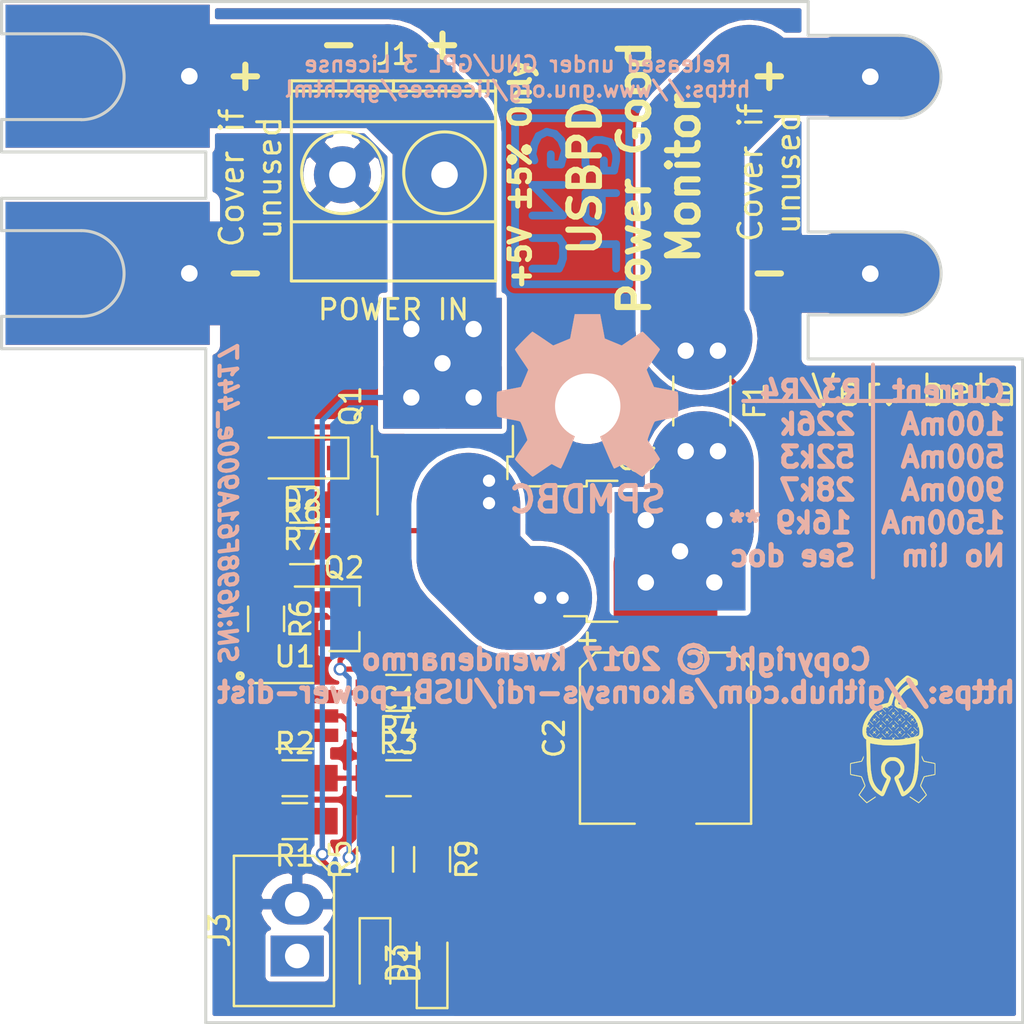
<source format=kicad_pcb>
(kicad_pcb (version 4) (host pcbnew 4.0.7-e2-6376~58~ubuntu16.04.1)
  (title_block (title "USB power dist:Power good monitor") (date 2017-11-04) (rev beta) (company Akornsys-rdi) (comment 1 https://github.com/akornsys-rdi/USB-power-dist) (comment 3 "Copyright © 201 kwendenarmo") (comment 4 "Released under GNU/GPL 3 License https://www.gnu.org/licenses/gpl.html"))
  (layers (0 F.Cu signal) (31 B.Cu signal) (34 B.Paste user) (35 F.Paste user) (36 B.SilkS user) (37 F.SilkS user) (38 B.Mask user) (39 F.Mask user) (44 Edge.Cuts user))
  (net 0 "")
  (net 1 +5V)
  (net 2 GND)
  (net 3 VCC)
  (net 4 "Net-(C2-Pad1)")
  (net 5 "Net-(D1-Pad1)")
  (net 6 "Net-(D2-Pad1)")
  (net 7 "Net-(D2-Pad2)")
  (net 8 "Net-(D3-Pad2)")
  (net 9 "Net-(J3-Pad1)")
  (net 10 "Net-(Q2-Pad3)")
  (net 11 "Net-(R1-Pad2)")
  (net 12 "Net-(R2-Pad2)")
  (module Fuse_Holders_and_Fuses:Fuse_0679H (layer F.Cu) (at 157.226 100.584 270)
    (fp_text reference F1 (at 0 -2.6 270) (layer F.SilkS))
    (fp_text value Fuse)
    (pad 1 thru_hole rect (at -2.46 -0.785 270) (size 1.96 1.575) (drill 0.8) (layers *.Cu F.Paste F.Mask) (net 1 +5V))
    (pad 1 thru_hole rect (at -2.46 0.7875 270) (size 1.96 1.575) (drill 0.8) (layers *.Cu F.Paste F.Mask) (net 1 +5V))
    (pad 2 thru_hole rect (at 2.46 -0.7875 270) (size 1.96 1.575) (drill 0.8) (layers *.Cu F.Paste F.Mask) (net 4 "Net-(C2-Pad1)"))
    (pad 2 thru_hole rect (at 2.46 0.7875 270) (size 1.96 1.575) (drill 0.8) (layers *.Cu F.Paste F.Mask) (net 4 "Net-(C2-Pad1)"))
    (pad 1 smd rect (at -2.46 0 270) (size 1.96 3.15) (layers F.Cu F.Mask) (net 1 +5V))
    (pad 2 smd rect (at 2.46 0 270) (size 1.96 3.15) (layers F.Cu F.Mask) (net 4 "Net-(C2-Pad1)"))
  )
  (module TO_SOT_Packages_SMD:TO-252-2 (layer F.Cu) (at 154.06 107.944)
    (fp_text reference Q3 (at 0 -4.5) (layer F.SilkS))
    (fp_text value DMP3028LK3-13)
    (pad 1 smd rect (at -4.2 -2.28) (size 2.2 1.2) (layers F.Cu F.Paste F.Mask) (net 7 "Net-(D2-Pad2)"))
    (pad 2 thru_hole rect (at 2.1 0) (size 6.4 5.8) (drill 0.8) (layers *.Cu F.Paste F.Mask) (net 4 "Net-(C2-Pad1)"))
    (pad 2 thru_hole rect (at 3.775 1.525) (size 3.05 2.75) (drill 0.8) (layers *.Cu F.Mask) (net 4 "Net-(C2-Pad1)"))
    (pad 2 thru_hole rect (at 0.425 -1.525) (size 3.05 2.75) (drill 0.8) (layers *.Cu F.Mask) (net 4 "Net-(C2-Pad1)"))
    (pad 2 thru_hole rect (at 3.775 -1.525) (size 3.05 2.75) (drill 0.8) (layers *.Cu F.Mask) (net 4 "Net-(C2-Pad1)"))
    (pad 2 thru_hole rect (at 0.425 1.525) (size 3.05 2.75) (drill 0.8) (layers *.Cu F.Mask) (net 4 "Net-(C2-Pad1)"))
    (pad 3 thru_hole rect (at -4.75 2.28) (size 1.1 1.2) (drill 0.6) (layers *.Cu F.Paste F.Mask) (net 6 "Net-(D2-Pad1)"))
    (pad 3 thru_hole rect (at -3.65 2.28) (size 1.1 1.2) (drill 0.6) (layers *.Cu F.Paste F.Mask) (net 6 "Net-(D2-Pad1)"))
  )
  (module TO_SOT_Packages_SMD:TO-252-2 (layer F.Cu) (at 144.526 100.838 90)
    (fp_text reference Q1 (at 0 -4.5 90) (layer F.SilkS))
    (fp_text value DMP3028LK3-13)
    (pad 1 smd rect (at -4.2 -2.28 90) (size 2.2 1.2) (layers F.Cu F.Paste F.Mask) (net 7 "Net-(D2-Pad2)"))
    (pad 2 thru_hole rect (at 2.1 0 90) (size 6.4 5.8) (drill 0.8) (layers *.Cu F.Paste F.Mask) (net 3 VCC))
    (pad 2 thru_hole rect (at 3.775 1.525 90) (size 3.05 2.75) (drill 0.8) (layers *.Cu F.Mask) (net 3 VCC))
    (pad 2 thru_hole rect (at 0.425 -1.525 90) (size 3.05 2.75) (drill 0.8) (layers *.Cu F.Mask) (net 3 VCC))
    (pad 2 thru_hole rect (at 3.775 -1.525 90) (size 3.05 2.75) (drill 0.8) (layers *.Cu F.Mask) (net 3 VCC))
    (pad 2 thru_hole rect (at 0.425 1.525 90) (size 3.05 2.75) (drill 0.8) (layers *.Cu F.Mask) (net 3 VCC))
    (pad 3 thru_hole rect (at -3.65 2.28 90) (size 1.1 1.2) (drill 0.6) (layers *.Cu F.Paste F.Mask) (net 6 "Net-(D2-Pad1)"))
    (pad 3 thru_hole rect (at -4.75 2.28 90) (size 1.1 1.2) (drill 0.6) (layers *.Cu F.Paste F.Mask) (net 6 "Net-(D2-Pad1)"))
  )
  (module Wire_Connections_Bridges:WireConnection_2.50mmDrill_LargePad (layer F.Cu) (at 132.2578 84.1756 270)
    (fp_text reference J2 hide)
    (fp_text value "CASC IN" hide)
    (pad 1 thru_hole rect (at 0.508 0.127 270) (size 7 10) (drill 0.8128 (offset 0 4)) (layers *.Cu *.Mask) (net 3 VCC))
    (pad 2 thru_hole rect (at 10.16 0.127 270) (size 7 10) (drill 0.8128 (offset 0 4)) (layers *.Cu *.Mask) (net 2 GND))
  )
  (module Wire_Connections_Bridges:WireConnection_2.50mmDrill_LargePad (layer F.Cu) (at 167.005 84.709 270)
    (fp_text reference J4 hide)
    (fp_text value "CASC OUT" hide)
    (pad 1 thru_hole oval (at 0 1.532 270) (size 4.05 6.85) (drill 0.8128) (layers *.Cu *.Mask) (net 1 +5V))
    (pad 2 thru_hole oval (at 9.643 1.532 270) (size 4.05 6.85) (drill 0.8128) (layers *.Cu *.Mask) (net 2 GND))
  )
  (module Mounting_Holes:MountingHole_3.2mm_M3_DIN965 (layer F.Cu) (at 151.638 100.838)
    (fp_text reference REF** hide)
    (fp_text value MountingHole_3.2mm_M3_DIN965 hide)
    (pad 1 np_thru_hole circle (at 0 0) (size 3.2 3.2) (drill 3.2) (layers *.Cu *.Mask))
  )
  (module Symbols:Symbol_GNU-GPL_CopperTop_Small (layer B.Cu) (at 151.13 90.805 270)
    (fp_text reference REF** hide)
    (fp_text value Symbol_GNU-GPL_CopperTop_Small hide)
    (fp_line (start 2.10058 -0.29972) (end 2.10058 -1.89992) (layer B.Cu) (width 0.381))
    (fp_line (start 2.10058 -1.89992) (end 3.29946 -1.89992) (layer B.Cu) (width 0.381))
    (fp_line (start -0.39878 -1.89992) (end -0.39878 -0.39878) (layer B.Cu) (width 0.381))
    (fp_line (start -0.39878 -0.39878) (end 0.50038 -0.39878) (layer B.Cu) (width 0.381))
    (fp_line (start 0.50038 -0.39878) (end 0.70104 -0.39878) (layer B.Cu) (width 0.381))
    (fp_line (start 0.70104 -0.39878) (end 0.89916 -0.50038) (layer B.Cu) (width 0.381))
    (fp_line (start 0.89916 -0.50038) (end 1.00076 -0.70104) (layer B.Cu) (width 0.381))
    (fp_line (start 1.00076 -0.70104) (end 1.00076 -0.89916) (layer B.Cu) (width 0.381))
    (fp_line (start 1.00076 -0.89916) (end 0.8001 -1.09982) (layer B.Cu) (width 0.381))
    (fp_line (start 0.8001 -1.09982) (end 0.50038 -1.19888) (layer B.Cu) (width 0.381))
    (fp_line (start 0.50038 -1.19888) (end -0.39878 -1.19888) (layer B.Cu) (width 0.381))
    (fp_line (start -1.6002 -0.50038) (end -1.80086 -0.39878) (layer B.Cu) (width 0.381))
    (fp_line (start -1.80086 -0.39878) (end -2.30124 -0.39878) (layer B.Cu) (width 0.381))
    (fp_line (start -2.30124 -0.39878) (end -2.60096 -0.50038) (layer B.Cu) (width 0.381))
    (fp_line (start -2.60096 -0.50038) (end -2.79908 -0.59944) (layer B.Cu) (width 0.381))
    (fp_line (start -2.79908 -0.59944) (end -2.99974 -0.89916) (layer B.Cu) (width 0.381))
    (fp_line (start -2.99974 -0.89916) (end -2.99974 -1.19888) (layer B.Cu) (width 0.381))
    (fp_line (start -2.99974 -1.19888) (end -2.90068 -1.6002) (layer B.Cu) (width 0.381))
    (fp_line (start -2.90068 -1.6002) (end -2.60096 -1.80086) (layer B.Cu) (width 0.381))
    (fp_line (start -2.60096 -1.80086) (end -2.30124 -1.89992) (layer B.Cu) (width 0.381))
    (fp_line (start -2.30124 -1.89992) (end -1.99898 -1.89992) (layer B.Cu) (width 0.381))
    (fp_line (start -1.99898 -1.89992) (end -1.50114 -1.80086) (layer B.Cu) (width 0.381))
    (fp_line (start -1.50114 -1.80086) (end -1.50114 -1.30048) (layer B.Cu) (width 0.381))
    (fp_line (start -1.50114 -1.30048) (end -1.99898 -1.30048) (layer B.Cu) (width 0.381))
    (fp_line (start 1.80086 2.19964) (end 1.80086 0.89916) (layer B.Cu) (width 0.381))
    (fp_line (start 1.80086 0.89916) (end 2.10058 0.70104) (layer B.Cu) (width 0.381))
    (fp_line (start 2.10058 0.70104) (end 2.4003 0.70104) (layer B.Cu) (width 0.381))
    (fp_line (start 2.4003 0.70104) (end 2.79908 0.70104) (layer B.Cu) (width 0.381))
    (fp_line (start 2.79908 0.70104) (end 3.0988 0.8001) (layer B.Cu) (width 0.381))
    (fp_line (start 3.0988 0.8001) (end 3.29946 0.89916) (layer B.Cu) (width 0.381))
    (fp_line (start 3.29946 0.89916) (end 3.29946 2.19964) (layer B.Cu) (width 0.381))
    (fp_line (start -0.8001 0.70104) (end -0.8001 2.19964) (layer B.Cu) (width 0.381))
    (fp_line (start -0.8001 2.19964) (end 0.70104 0.70104) (layer B.Cu) (width 0.381))
    (fp_line (start 0.70104 0.70104) (end 0.70104 2.19964) (layer B.Cu) (width 0.381))
    (fp_line (start -1.99898 2.10058) (end -2.30124 2.19964) (layer B.Cu) (width 0.381))
    (fp_line (start -2.30124 2.19964) (end -2.79908 2.10058) (layer B.Cu) (width 0.381))
    (fp_line (start -2.79908 2.10058) (end -3.2004 1.89992) (layer B.Cu) (width 0.381))
    (fp_line (start -3.2004 1.89992) (end -3.40106 1.50114) (layer B.Cu) (width 0.381))
    (fp_line (start -3.40106 1.50114) (end -3.29946 1.09982) (layer B.Cu) (width 0.381))
    (fp_line (start -3.29946 1.09982) (end -2.99974 0.8001) (layer B.Cu) (width 0.381))
    (fp_line (start -2.99974 0.8001) (end -2.49936 0.59944) (layer B.Cu) (width 0.381))
    (fp_line (start -2.49936 0.59944) (end -1.80086 0.8001) (layer B.Cu) (width 0.381))
    (fp_line (start -1.80086 0.8001) (end -1.80086 1.30048) (layer B.Cu) (width 0.381))
    (fp_line (start -1.80086 1.30048) (end -2.30124 1.30048) (layer B.Cu) (width 0.381))
    (fp_line (start -4.064 3.048) (end 4.064 3.048) (layer B.Cu) (width 0.381))
    (fp_line (start 4.064 3.048) (end 4.064 -2.54) (layer B.Cu) (width 0.381))
    (fp_line (start 4.064 -2.54) (end -4.064 -2.54) (layer B.Cu) (width 0.381))
    (fp_line (start -4.064 -2.54) (end -4.064 3.048) (layer B.Cu) (width 0.381))
  )
  (module Symbols:OSHW-Symbol_8.9x8mm_SilkScreen (layer B.Cu) (at 151.638 100.33 180)
    (fp_text reference REF*** hide)
    (fp_text value OSHW-Symbol_8.9x8mm_SilkScreen hide)
  )
  (module Terminal_Blocks:TerminalBlock_Pheonix_MKDS1.5-2pol (layer F.Cu) (at 144.6276 89.5096 180)
    (fp_text reference J1 (at 2.5 5.9 180) (layer F.SilkS))
    (fp_text value "POWER IN" (at 2.5 -6.6 180) (layer F.SilkS))
    (pad 1 thru_hole rect (at 0 0 180) (size 2.794 2.794) (drill 1.3) (layers *.Cu *.Mask) (net 3 VCC))
    (pad 2 thru_hole circle (at 5 0 180) (size 2.794 2.794) (drill 1.3) (layers *.Cu *.Mask) (net 2 GND) (thermal_gap 0.508))
  )
  (module lib:akorn-logo-small (layer F.Cu) (at 166.878 117.094)
    (fp_text reference G*** hide)
    (fp_text value LOGO hide)
  )
  (module Capacitors_SMD:C_0805_HandSoldering (layer F.Cu) (at 142.37408 116.907881)
    (fp_text reference C1 (at 0 -1.75) (layer F.SilkS))
    (fp_text value 100nF)
    (pad 1 smd rect (at -1.25 0) (size 1.5 1.25) (layers F.Cu F.Paste F.Mask) (net 3 VCC))
    (pad 2 smd rect (at 1.25 0) (size 1.5 1.25) (layers F.Cu F.Paste F.Mask) (net 2 GND))
  )
  (module Capacitors_SMD:CP_Elec_8x10 (layer F.Cu) (at 155.448 117.094 270)
    (fp_text reference C2 (at 0 5.45 270) (layer F.SilkS))
    (fp_text value 470uF)
    (fp_text user + (at -4.78 3.9 270) (layer F.SilkS))
    (pad 1 smd rect (at -3.05 0 90) (size 4 2.5) (layers F.Cu F.Paste F.Mask) (net 4 "Net-(C2-Pad1)"))
    (pad 2 smd rect (at 3.05 0 90) (size 4 2.5) (layers F.Cu F.Paste F.Mask) (net 2 GND))
  )
  (module LEDs:LED_0805_HandSoldering (layer F.Cu) (at 141.224 128.109975 270)
    (fp_text reference D1 (at 0 -1.7 270) (layer F.SilkS))
    (fp_text value RED)
    (pad 1 smd rect (at -1.35 0 270) (size 1.5 1.3) (layers F.Cu F.Paste F.Mask) (net 5 "Net-(D1-Pad1)"))
    (pad 2 smd rect (at 1.35 0 270) (size 1.5 1.3) (layers F.Cu F.Paste F.Mask) (net 3 VCC))
  )
  (module Diodes_SMD:D_SOD-123 (layer F.Cu) (at 137.668 103.378 180)
    (fp_text reference D2 (at 0 -2 180) (layer F.SilkS))
    (fp_text value 12v)
    (pad 1 smd rect (at -1.65 0 180) (size 0.9 1.2) (layers F.Cu F.Paste F.Mask) (net 6 "Net-(D2-Pad1)"))
    (pad 2 smd rect (at 1.65 0 180) (size 0.9 1.2) (layers F.Cu F.Paste F.Mask) (net 7 "Net-(D2-Pad2)"))
  )
  (module LEDs:LED_0805_HandSoldering (layer F.Cu) (at 144.018 128.109975 90)
    (fp_text reference D3 (at 0 -1.7 90) (layer F.SilkS))
    (fp_text value GREEN)
    (pad 1 smd rect (at -1.35 0 90) (size 1.5 1.3) (layers F.Cu F.Paste F.Mask) (net 2 GND))
    (pad 2 smd rect (at 1.35 0 90) (size 1.5 1.3) (layers F.Cu F.Paste F.Mask) (net 8 "Net-(D3-Pad2)"))
  )
  (module Connectors_Molex:Molex_SPOX-5267_22-03-5025_02x2.54mm_Straight (layer F.Cu) (at 137.414 127.762 90)
    (fp_text reference J3 (at 1.27 -3.81 90) (layer F.SilkS))
    (fp_text value "POWER GOOD")
    (pad 1 thru_hole rect (at 0 0 90) (size 2 2.6) (drill 1.2) (layers *.Cu *.Mask) (net 9 "Net-(J3-Pad1)"))
    (pad 2 thru_hole oval (at 2.54 0 90) (size 2 2.6) (drill 1.2) (layers *.Cu *.Mask) (net 2 GND))
  )
  (module Resistors_SMD:R_0805_HandSoldering (layer F.Cu) (at 137.29408 121.158 180)
    (fp_text reference R1 (at 0 -1.7 180) (layer F.SilkS))
    (fp_text value 1M58)
    (pad 1 smd rect (at -1.35 0 180) (size 1.5 1.3) (layers F.Cu F.Paste F.Mask) (net 3 VCC))
    (pad 2 smd rect (at 1.35 0 180) (size 1.5 1.3) (layers F.Cu F.Paste F.Mask) (net 11 "Net-(R1-Pad2)"))
  )
  (module Resistors_SMD:R_0805_HandSoldering (layer F.Cu) (at 137.29408 119.053992)
    (fp_text reference R2 (at 0 -1.7) (layer F.SilkS))
    (fp_text value 23k7)
    (pad 1 smd rect (at -1.35 0) (size 1.5 1.3) (layers F.Cu F.Paste F.Mask) (net 11 "Net-(R1-Pad2)"))
    (pad 2 smd rect (at 1.35 0) (size 1.5 1.3) (layers F.Cu F.Paste F.Mask) (net 12 "Net-(R2-Pad2)"))
  )
  (module Resistors_SMD:R_0805_HandSoldering (layer F.Cu) (at 142.37408 119.053992)
    (fp_text reference R3 (at 0 -1.7) (layer F.SilkS))
    (fp_text value 133k)
    (pad 1 smd rect (at -1.35 0) (size 1.5 1.3) (layers F.Cu F.Paste F.Mask) (net 12 "Net-(R2-Pad2)"))
    (pad 2 smd rect (at 1.35 0) (size 1.5 1.3) (layers F.Cu F.Paste F.Mask) (net 2 GND))
  )
  (module Resistors_SMD:R_0805_HandSoldering (layer F.Cu) (at 142.37408 114.875881 180)
    (fp_text reference R4 (at 0 -1.7 180) (layer F.SilkS))
    (fp_text value 10k)
    (pad 1 smd rect (at -1.35 0 180) (size 1.5 1.3) (layers F.Cu F.Paste F.Mask) (net 3 VCC))
    (pad 2 smd rect (at 1.35 0 180) (size 1.5 1.3) (layers F.Cu F.Paste F.Mask) (net 9 "Net-(J3-Pad1)"))
  )
  (module Resistors_SMD:R_0805_HandSoldering (layer F.Cu) (at 141.224 123.029975 90)
    (fp_text reference R5 (at 0 -1.7 90) (layer F.SilkS))
    (fp_text value 330R)
    (pad 1 smd rect (at -1.35 0 90) (size 1.5 1.3) (layers F.Cu F.Paste F.Mask) (net 5 "Net-(D1-Pad1)"))
    (pad 2 smd rect (at 1.35 0 90) (size 1.5 1.3) (layers F.Cu F.Paste F.Mask) (net 9 "Net-(J3-Pad1)"))
  )
  (module Resistors_SMD:R_0805_HandSoldering (layer F.Cu) (at 135.89 111.252 270)
    (fp_text reference R6 (at 0 -1.7 270) (layer F.SilkS))
    (fp_text value 100k)
    (pad 1 smd rect (at -1.35 0 270) (size 1.5 1.3) (layers F.Cu F.Paste F.Mask) (net 9 "Net-(J3-Pad1)"))
    (pad 2 smd rect (at 1.35 0 270) (size 1.5 1.3) (layers F.Cu F.Paste F.Mask) (net 2 GND))
  )
  (module Resistors_SMD:R_0805_HandSoldering (layer F.Cu) (at 137.668 105.664 180)
    (fp_text reference R7 (at 0 -1.7 180) (layer F.SilkS))
    (fp_text value 100k)
    (pad 1 smd rect (at -1.35 0 180) (size 1.5 1.3) (layers F.Cu F.Paste F.Mask) (net 6 "Net-(D2-Pad1)"))
    (pad 2 smd rect (at 1.35 0 180) (size 1.5 1.3) (layers F.Cu F.Paste F.Mask) (net 7 "Net-(D2-Pad2)"))
  )
  (module Resistors_SMD:R_0805_HandSoldering (layer F.Cu) (at 137.668 107.696)
    (fp_text reference R8 (at 0 -1.7) (layer F.SilkS))
    (fp_text value 10k)
    (pad 1 smd rect (at -1.35 0) (size 1.5 1.3) (layers F.Cu F.Paste F.Mask) (net 7 "Net-(D2-Pad2)"))
    (pad 2 smd rect (at 1.35 0) (size 1.5 1.3) (layers F.Cu F.Paste F.Mask) (net 10 "Net-(Q2-Pad3)"))
  )
  (module Resistors_SMD:R_0805_HandSoldering (layer F.Cu) (at 144.018 123.029975 270)
    (fp_text reference R9 (at 0 -1.7 270) (layer F.SilkS))
    (fp_text value 330R)
    (pad 1 smd rect (at -1.35 0 270) (size 1.5 1.3) (layers F.Cu F.Paste F.Mask) (net 1 +5V))
    (pad 2 smd rect (at 1.35 0 270) (size 1.5 1.3) (layers F.Cu F.Paste F.Mask) (net 8 "Net-(D3-Pad2)"))
  )
  (module TO_SOT_Packages_SMD:SOT-23-6_Handsoldering (layer F.Cu) (at 137.29408 116.005992)
    (fp_text reference U1 (at 0 -2.9) (layer F.SilkS))
    (fp_text value TPS3701)
    (pad 1 smd rect (at -1.35 -0.95) (size 1.56 0.65) (layers F.Cu F.Paste F.Mask) (net 9 "Net-(J3-Pad1)"))
    (pad 2 smd rect (at -1.35 0) (size 1.56 0.65) (layers F.Cu F.Paste F.Mask) (net 2 GND))
    (pad 3 smd rect (at -1.35 0.95) (size 1.56 0.65) (layers F.Cu F.Paste F.Mask) (net 11 "Net-(R1-Pad2)"))
    (pad 4 smd rect (at 1.35 0.95) (size 1.56 0.65) (layers F.Cu F.Paste F.Mask) (net 12 "Net-(R2-Pad2)"))
    (pad 6 smd rect (at 1.35 -0.95) (size 1.56 0.65) (layers F.Cu F.Paste F.Mask) (net 9 "Net-(J3-Pad1)"))
    (pad 5 smd rect (at 1.35 0) (size 1.56 0.65) (layers F.Cu F.Paste F.Mask) (net 3 VCC))
  )
  (module TO_SOT_Packages_SMD:SOT-23_Handsoldering (layer F.Cu) (at 139.7 111.252)
    (fp_text reference Q2 (at 0 -2.5) (layer F.SilkS))
    (fp_text value 2N7002)
    (pad 1 smd rect (at -1.5 -0.95) (size 1.9 0.8) (layers F.Cu F.Paste F.Mask) (net 9 "Net-(J3-Pad1)"))
    (pad 2 smd rect (at -1.5 0.95) (size 1.9 0.8) (layers F.Cu F.Paste F.Mask) (net 2 GND))
    (pad 3 smd rect (at 1.5 0) (size 1.9 0.8) (layers F.Cu F.Paste F.Mask) (net 10 "Net-(Q2-Pad3)"))
  )
  (gr_text "Copyright © 2017 kwendenarmo\nhttps://github.com/akornsys-rdi/USB-power-dist" (at 153.035 114.046) (layer B.SilkS) (effects (font (size 1 1) (thickness 0.25)) (justify mirror)))
  (gr_text "USBPD\nPower Good\nMonitor" (at 153.924 89.662 90) (layer F.SilkS) (effects (font (size 1.5 1.5) (thickness 0.3))))
  (gr_text SN:k698F61A900e_4417 (at 134 105.664 270) (layer B.SilkS) (effects (font (size 0.8636 0.8636) (thickness 0.2032) italic) (justify mirror)))
  (gr_text "Ver. beta" (at 167.64 100.076) (layer F.SilkS) (effects (font (size 1.5 1.5))))
  (gr_line (start 165.608 98.806) (end 165.608 109.22) (layer B.SilkS) (width 0.2))
  (gr_line (start 172.212 100.584) (end 159.258 100.584) (layer B.SilkS) (width 0.2))
  (gr_text "Current  R3/R4\n100mA   226k\n500mA   52k3\n900mA   28k7\n1500mA  16k9 **\nNo lim   See doc" (at 172.212 104.14) (layer B.SilkS) (effects (font (size 1 1) (thickness 0.25)) (justify left mirror)))
  (gr_circle (center 134.62 114.046) (end 134.62 114.173) (layer F.SilkS) (width 0.2))
  (gr_text SPMDBC (at 151.638 105.41) (layer B.SilkS) (effects (font (size 1.25 1.25) (thickness 0.25)) (justify mirror)))
  (gr_text "Released under GNU/GPL 3 License\nhttps://www.gnu.org/licenses/gpl.html" (at 148.209 84.709) (layer B.SilkS) (effects (font (size 0.762 0.762)) (justify mirror)))
  (gr_text - (at 139.446 83.058) (layer F.SilkS) (effects (font (size 1.5 1.5) (thickness 0.3))))
  (gr_text + (at 144.526 83.058) (layer F.SilkS) (effects (font (size 1.5 1.5) (thickness 0.3))))
  (gr_text "Cover if\nunused" (at 135.128 89.662 90) (layer F.SilkS) (effects (font (size 1.143 1.143))))
  (gr_text "+5V ±5% Only\n" (at 148.336 95.25 90) (layer F.SilkS) (effects (font (size 1 1) (thickness 0.25)) (justify left)))
  (gr_text "Cover if\nunused" (at 160.528 89.408 90) (layer F.SilkS) (effects (font (size 1.143 1.143))))
  (gr_text - (at 134.874 94.234) (layer F.SilkS) (effects (font (size 1.5 1.5) (thickness 0.3))))
  (gr_text + (at 134.874 84.582) (layer F.SilkS) (effects (font (size 1.5 1.5) (thickness 0.3))))
  (gr_text - (at 160.528 94.234) (layer F.SilkS) (effects (font (size 1.5 1.5) (thickness 0.3))))
  (gr_text + (at 160.528 84.582) (layer F.SilkS) (effects (font (size 1.5 1.5) (thickness 0.3))))
  (gr_line (start 162.433 96.368) (end 166.905 96.368) (layer Edge.Cuts) (width 0.15))
  (gr_line (start 162.433 98.526) (end 162.433 96.368) (layer Edge.Cuts) (width 0.15))
  (gr_line (start 162.433 92.308) (end 166.905 92.308) (layer Edge.Cuts) (width 0.15))
  (gr_line (start 162.433 86.731) (end 162.433 92.303) (layer Edge.Cuts) (width 0.15))
  (gr_line (start 166.905 86.731) (end 162.433 86.731) (layer Edge.Cuts) (width 0.15))
  (gr_line (start 162.433 82.681) (end 166.905 82.681) (layer Edge.Cuts) (width 0.15))
  (gr_line (start 162.433 81.026) (end 162.433 82.681) (layer Edge.Cuts) (width 0.15))
  (gr_arc (start 166.905 84.709) (end 166.905 82.681) (angle 180) (layer Edge.Cuts) (width 0.15))
  (gr_arc (start 166.905 94.343) (end 166.905 92.308) (angle 180) (layer Edge.Cuts) (width 0.15))
  (gr_line (start 122.936 96.443) (end 126.836 96.443) (layer Edge.Cuts) (width 0.15))
  (gr_line (start 122.936 98.026) (end 122.936 96.443) (layer Edge.Cuts) (width 0.15))
  (gr_line (start 122.936 92.243) (end 126.836 92.243) (layer Edge.Cuts) (width 0.15))
  (gr_line (start 122.936 90.66) (end 122.936 92.243) (layer Edge.Cuts) (width 0.15))
  (gr_line (start 122.936 86.806) (end 126.836 86.806) (layer Edge.Cuts) (width 0.15))
  (gr_line (start 122.936 88.392) (end 122.936 86.806) (layer Edge.Cuts) (width 0.15))
  (gr_line (start 122.936 82.606) (end 126.836 82.606) (layer Edge.Cuts) (width 0.15))
  (gr_line (start 122.936 81.026) (end 122.936 82.606) (layer Edge.Cuts) (width 0.15))
  (gr_arc (start 126.836 84.709) (end 126.836 82.606) (angle 180) (layer Edge.Cuts) (width 0.15))
  (gr_arc (start 126.836 94.343) (end 126.836 92.243) (angle 180) (layer Edge.Cuts) (width 0.15))
  (gr_line (start 162.433 98.526) (end 172.936 98.526) (angle 90) (layer Edge.Cuts) (width 0.15))
  (gr_line (start 122.936 81.026) (end 162.433 81.026) (angle 90) (layer Edge.Cuts) (width 0.15))
  (gr_line (start 172.936 131.026) (end 172.936 98.526) (angle 90) (layer Edge.Cuts) (width 0.15))
  (gr_line (start 132.936 131.026) (end 172.936 131.026) (angle 90) (layer Edge.Cuts) (width 0.15))
  (gr_line (start 132.936 98.026) (end 132.936 131.026) (angle 90) (layer Edge.Cuts) (width 0.15))
  (gr_line (start 122.936 98.026) (end 132.936 98.026) (angle 90) (layer Edge.Cuts) (width 0.15))
  (gr_line (start 132.936 90.66) (end 122.936 90.66) (angle 90) (layer Edge.Cuts) (width 0.15))
  (gr_line (start 132.936 88.392) (end 132.936 90.66) (angle 90) (layer Edge.Cuts) (width 0.15))
  (gr_line (start 122.936 88.392) (end 132.936 88.392) (angle 90) (layer Edge.Cuts) (width 0.15))
  (segment (start 165.473 84.709) (end 159.546628 84.709) (width 3.81) (layer B.Cu) (net 1))
  (segment (start 156.76879 87.486838) (end 159.546628 84.709) (width 5.08) (layer B.Cu) (net 1))
  (segment (start 156.76879 97.114577) (end 156.76879 87.486838) (width 5.08) (layer B.Cu) (net 1))
  (segment (start 157.159526 97.505313) (end 156.76879 97.114577) (width 5.08) (layer B.Cu) (net 1))
  (segment (start 144.018 121.679975) (end 144.926154 121.679975) (width 0.254) (layer F.Cu) (net 1))
  (segment (start 144.926154 121.679975) (end 145.655779 120.95035) (width 0.254) (layer F.Cu) (net 1))
  (segment (start 145.655779 120.95035) (end 145.655779 117.971049) (width 0.254) (layer F.Cu) (net 1))
  (segment (start 145.655779 117.971049) (end 146.532828 117.094) (width 0.254) (layer F.Cu) (net 1))
  (segment (start 160.141822 115.960943) (end 160.141822 101.035164) (width 0.254) (layer F.Cu) (net 1))
  (segment (start 146.532828 117.094) (end 159.008765 117.094) (width 0.254) (layer F.Cu) (net 1))
  (segment (start 159.008765 117.094) (end 160.141822 115.960943) (width 0.254) (layer F.Cu) (net 1))
  (segment (start 160.141822 101.035164) (end 157.230658 98.124) (width 0.254) (layer F.Cu) (net 1))
  (segment (start 157.230658 98.124) (end 157.226 98.124) (width 0.254) (layer F.Cu) (net 1))
  (segment (start 157.159526 97.505313) (end 156.76879 97.114577) (width 5.08) (layer F.Cu) (net 1))
  (segment (start 157.226 98.124) (end 157.764416 98.124) (width 0.254) (layer F.Cu) (net 1))
  (segment (start 156.76879 97.114577) (end 156.76879 87.486838) (width 5.08) (layer F.Cu) (net 1))
  (segment (start 156.76879 87.486838) (end 159.546628 84.709) (width 5.08) (layer F.Cu) (net 1))
  (segment (start 165.473 84.709) (end 159.546628 84.709) (width 3.81) (layer F.Cu) (net 1))
  (segment (start 165.973 94.361) (end 161.800543 94.361) (width 3.81) (layer B.Cu) (net 2))
  (segment (start 165.973 94.361) (end 161.800543 94.361) (width 3.81) (layer F.Cu) (net 2))
  (segment (start 132.1308 94.3356) (end 133.7056 94.3356) (width 5.08) (layer F.Cu) (net 2))
  (segment (start 132.1308 94.3356) (end 133.7056 94.3356) (width 5.08) (layer B.Cu) (net 2))
  (segment (start 132.1308 84.6836) (end 141.857403 84.6836) (width 5.08) (layer B.Cu) (net 3))
  (segment (start 141.857403 84.6836) (end 144.6276 87.453797) (width 5.08) (layer B.Cu) (net 3))
  (segment (start 144.6276 87.453797) (end 144.6276 89.5096) (width 5.08) (layer B.Cu) (net 3))
  (segment (start 138.64408 122.774123) (end 138.64408 101.541699) (width 0.254) (layer B.Cu) (net 3))
  (segment (start 138.64408 101.541699) (end 139.772779 100.413) (width 0.254) (layer B.Cu) (net 3))
  (segment (start 139.772779 100.413) (end 143.001 100.413) (width 0.254) (layer B.Cu) (net 3))
  (segment (start 138.64408 122.774123) (end 138.64408 123.078867) (width 0.254) (layer F.Cu) (net 3))
  (segment (start 139.939853 129.040135) (end 140.359693 129.459975) (width 0.254) (layer F.Cu) (net 3))
  (segment (start 138.64408 123.078867) (end 139.939853 124.37464) (width 0.254) (layer F.Cu) (net 3))
  (segment (start 139.939853 124.37464) (end 139.939853 129.040135) (width 0.254) (layer F.Cu) (net 3))
  (segment (start 140.359693 129.459975) (end 141.224 129.459975) (width 0.254) (layer F.Cu) (net 3))
  (via (at 138.64408 122.774123) (size 0.635) (drill 0.4064) (layers F.Cu B.Cu) (net 3))
  (segment (start 141.224 129.459975) (end 141.224 129.359975) (width 0.254) (layer F.Cu) (net 3))
  (segment (start 138.64408 122.774123) (end 138.64408 122.062) (width 0.254) (layer F.Cu) (net 3))
  (segment (start 138.64408 122.062) (end 138.64408 121.158) (width 0.254) (layer F.Cu) (net 3))
  (segment (start 146.051 100.413) (end 146.516866 100.413) (width 0.254) (layer F.Cu) (net 3))
  (segment (start 138.64408 116.005992) (end 137.763915 116.005992) (width 0.254) (layer F.Cu) (net 3))
  (segment (start 137.763915 116.005992) (end 137.314428 116.455479) (width 0.254) (layer F.Cu) (net 3))
  (segment (start 137.314428 116.455479) (end 137.314428 120.832348) (width 0.254) (layer F.Cu) (net 3))
  (segment (start 137.314428 120.832348) (end 137.64008 121.158) (width 0.254) (layer F.Cu) (net 3))
  (segment (start 137.64008 121.158) (end 138.64408 121.158) (width 0.254) (layer F.Cu) (net 3))
  (segment (start 141.12408 116.907881) (end 141.43163 116.907881) (width 0.254) (layer F.Cu) (net 3))
  (segment (start 143.46363 114.875881) (end 143.72408 114.875881) (width 0.254) (layer F.Cu) (net 3))
  (segment (start 141.43163 116.907881) (end 143.46363 114.875881) (width 0.254) (layer F.Cu) (net 3))
  (segment (start 138.64408 116.005992) (end 139.602947 116.005992) (width 0.254) (layer F.Cu) (net 3))
  (segment (start 139.602947 116.005992) (end 139.896411 116.299456) (width 0.254) (layer F.Cu) (net 3))
  (segment (start 139.896411 116.684212) (end 140.12008 116.907881) (width 0.254) (layer F.Cu) (net 3))
  (segment (start 139.896411 116.299456) (end 139.896411 116.684212) (width 0.254) (layer F.Cu) (net 3))
  (segment (start 140.12008 116.907881) (end 141.12408 116.907881) (width 0.254) (layer F.Cu) (net 3))
  (segment (start 132.1308 84.6836) (end 141.856709 84.6836) (width 5.08) (layer F.Cu) (net 3))
  (segment (start 141.856709 84.6836) (end 144.6276 87.454491) (width 5.08) (layer F.Cu) (net 3))
  (segment (start 144.6276 87.454491) (end 144.6276 89.5096) (width 5.08) (layer F.Cu) (net 3))
  (segment (start 144.6276 89.5096) (end 144.6276 98.6364) (width 5.08) (layer B.Cu) (net 3))
  (segment (start 144.6276 89.5096) (end 144.6276 99.22372) (width 5.08) (layer F.Cu) (net 3))
  (segment (start 157.226 106.878) (end 156.16 107.944) (width 5.08) (layer B.Cu) (net 4))
  (segment (start 157.226 103.622549) (end 157.226 106.878) (width 5.08) (layer B.Cu) (net 4))
  (segment (start 157.226 103.622549) (end 157.226 106.878) (width 5.08) (layer F.Cu) (net 4))
  (segment (start 157.226 106.878) (end 156.16 107.944) (width 5.08) (layer F.Cu) (net 4))
  (segment (start 155.448 114.044) (end 155.448 108.656) (width 5.08) (layer F.Cu) (net 4))
  (segment (start 155.448 108.656) (end 156.16 107.944) (width 5.08) (layer F.Cu) (net 4))
  (segment (start 141.224 126.759975) (end 141.224 124.379975) (width 0.254) (layer F.Cu) (net 5))
  (segment (start 149.31 110.224) (end 147.782238 110.224) (width 5.08) (layer B.Cu) (net 6))
  (segment (start 147.782238 110.224) (end 145.796 108.237762) (width 5.08) (layer B.Cu) (net 6))
  (segment (start 145.796 108.237762) (end 145.796 105.664) (width 5.08) (layer B.Cu) (net 6))
  (segment (start 139.018 105.664) (end 140.09447 105.664) (width 0.254) (layer F.Cu) (net 6))
  (segment (start 140.09447 105.664) (end 141.36447 106.934) (width 0.254) (layer F.Cu) (net 6))
  (segment (start 141.36447 106.934) (end 144.606 106.934) (width 0.254) (layer F.Cu) (net 6))
  (segment (start 144.606 106.934) (end 145.952 105.588) (width 0.254) (layer F.Cu) (net 6))
  (segment (start 145.952 105.588) (end 146.806 105.588) (width 0.254) (layer F.Cu) (net 6))
  (segment (start 139.318 103.378) (end 139.318 104.371931) (width 0.254) (layer F.Cu) (net 6))
  (segment (start 139.318 104.371931) (end 139.018 104.671931) (width 0.254) (layer F.Cu) (net 6))
  (segment (start 139.018 104.671931) (end 139.018 105.664) (width 0.254) (layer F.Cu) (net 6))
  (segment (start 146.806 105.588) (end 145.872 105.588) (width 2.54) (layer F.Cu) (net 6))
  (segment (start 145.872 105.588) (end 145.796 105.664) (width 2.54) (layer F.Cu) (net 6))
  (segment (start 145.796 108.237762) (end 145.796 105.664) (width 5.08) (layer F.Cu) (net 6))
  (segment (start 149.31 110.224) (end 147.782238 110.224) (width 5.08) (layer F.Cu) (net 6))
  (segment (start 147.782238 110.224) (end 145.796 108.237762) (width 5.08) (layer F.Cu) (net 6))
  (segment (start 142.246 105.038) (end 140.996881 105.038) (width 0.254) (layer F.Cu) (net 7))
  (segment (start 139.954 101.854) (end 136.652 101.854) (width 0.254) (layer F.Cu) (net 7))
  (segment (start 140.996881 105.038) (end 140.531084 104.572203) (width 0.254) (layer F.Cu) (net 7))
  (segment (start 140.531084 104.572203) (end 140.531084 102.431084) (width 0.254) (layer F.Cu) (net 7))
  (segment (start 140.531084 102.431084) (end 139.954 101.854) (width 0.254) (layer F.Cu) (net 7))
  (segment (start 136.018 102.488) (end 136.018 103.378) (width 0.254) (layer F.Cu) (net 7))
  (segment (start 136.652 101.854) (end 136.018 102.488) (width 0.254) (layer F.Cu) (net 7))
  (segment (start 142.246 105.038) (end 142.246 103.684) (width 0.254) (layer F.Cu) (net 7))
  (segment (start 142.246 103.684) (end 142.24 103.678) (width 0.254) (layer F.Cu) (net 7))
  (segment (start 142.24 103.678) (end 142.24 103.38255) (width 0.254) (layer F.Cu) (net 7))
  (segment (start 142.24 103.38255) (end 143.00655 102.616) (width 0.254) (layer F.Cu) (net 7))
  (segment (start 143.00655 102.616) (end 147.957595 102.616) (width 0.254) (layer F.Cu) (net 7))
  (segment (start 147.957595 102.616) (end 149.86 104.518405) (width 0.254) (layer F.Cu) (net 7))
  (segment (start 149.86 104.518405) (end 149.86 105.664) (width 0.254) (layer F.Cu) (net 7))
  (segment (start 136.018 103.378) (end 136.018 104.319201) (width 0.254) (layer F.Cu) (net 7))
  (segment (start 136.018 104.319201) (end 136.318 104.619201) (width 0.254) (layer F.Cu) (net 7))
  (segment (start 136.318 104.619201) (end 136.318 105.664) (width 0.254) (layer F.Cu) (net 7))
  (segment (start 136.318 107.696) (end 136.318 105.664) (width 0.254) (layer F.Cu) (net 7))
  (segment (start 144.018 126.759975) (end 144.018 124.379975) (width 0.254) (layer F.Cu) (net 8))
  (segment (start 139.512636 113.714234) (end 140.766433 113.714234) (width 0.254) (layer F.Cu) (net 9))
  (segment (start 140.766433 113.714234) (end 141.02408 113.971881) (width 0.254) (layer F.Cu) (net 9))
  (segment (start 141.02408 113.971881) (end 141.02408 114.875881) (width 0.254) (layer F.Cu) (net 9))
  (segment (start 139.512636 113.714234) (end 139.512636 113.261199) (width 0.254) (layer F.Cu) (net 9))
  (segment (start 139.7 113.073835) (end 139.7 111.252) (width 0.254) (layer F.Cu) (net 9))
  (segment (start 139.7 111.252) (end 138.75 110.302) (width 0.254) (layer F.Cu) (net 9))
  (segment (start 139.512636 113.261199) (end 139.7 113.073835) (width 0.254) (layer F.Cu) (net 9))
  (segment (start 138.75 110.302) (end 138.2 110.302) (width 0.254) (layer F.Cu) (net 9))
  (segment (start 139.886119 114.875881) (end 139.706008 115.055992) (width 0.254) (layer F.Cu) (net 9))
  (segment (start 141.02408 114.875881) (end 139.886119 114.875881) (width 0.254) (layer F.Cu) (net 9))
  (segment (start 139.830135 114.031733) (end 139.512636 113.714234) (width 0.254) (layer B.Cu) (net 9))
  (segment (start 139.954 114.155598) (end 139.830135 114.031733) (width 0.254) (layer B.Cu) (net 9))
  (segment (start 139.406838 113.714234) (end 139.512636 113.714234) (width 0.254) (layer F.Cu) (net 9))
  (segment (start 139.954 122.936) (end 139.954 114.155598) (width 0.254) (layer B.Cu) (net 9))
  (via (at 139.512636 113.714234) (size 0.635) (drill 0.4064) (layers F.Cu B.Cu) (net 9))
  (segment (start 141.224 121.679975) (end 141.210025 121.679975) (width 0.254) (layer F.Cu) (net 9))
  (segment (start 141.210025 121.679975) (end 139.954 122.936) (width 0.254) (layer F.Cu) (net 9))
  (via (at 139.954 122.936) (size 0.635) (drill 0.4064) (layers F.Cu B.Cu) (net 9))
  (segment (start 135.94408 115.055992) (end 136.97808 115.055992) (width 0.254) (layer F.Cu) (net 9))
  (segment (start 136.97808 115.055992) (end 138.64408 115.055992) (width 0.254) (layer F.Cu) (net 9))
  (segment (start 139.706008 115.055992) (end 138.64408 115.055992) (width 0.254) (layer F.Cu) (net 9))
  (segment (start 138.2 110.302) (end 137.09421 110.302) (width 0.254) (layer F.Cu) (net 9))
  (segment (start 137.09421 110.302) (end 136.694131 109.901921) (width 0.254) (layer F.Cu) (net 9))
  (segment (start 136.694131 109.901921) (end 135.890079 109.901921) (width 0.254) (layer F.Cu) (net 9))
  (segment (start 141.2 108.434) (end 140.462 107.696) (width 0.254) (layer F.Cu) (net 10))
  (segment (start 140.462 107.696) (end 139.018 107.696) (width 0.254) (layer F.Cu) (net 10))
  (segment (start 141.2 111.252) (end 141.2 108.434) (width 0.254) (layer F.Cu) (net 10))
  (segment (start 135.94408 119.053992) (end 135.94408 121.158) (width 0.254) (layer F.Cu) (net 11))
  (segment (start 135.94408 119.053992) (end 135.94408 116.955992) (width 0.254) (layer F.Cu) (net 11))
  (segment (start 138.64408 119.053992) (end 141.02408 119.053992) (width 0.254) (layer F.Cu) (net 12))
  (segment (start 138.64408 116.955992) (end 138.64408 119.053992) (width 0.254) (layer F.Cu) (net 12))
  (zone (net 2) (net_name GND) (layer F.Cu) (connect_pads (clearance 0.254)) (min_thickness 0.2032) (fill yes (arc_segments 32) (thermal_gap 0.508) (thermal_bridge_width 0.508))
    (polygon (pts (xy 122.936 81.026) (xy 162.433 81.026) (xy 162.433 82.804) (xy 162.433 98.552) (xy 172.974 98.552) (xy 172.974 131.064) (xy 132.969 131.064) (xy 132.969 98.044) (xy 122.936 98.044) (xy 122.936 90.678) (xy 132.969 90.678) (xy 132.969 88.392) (xy 122.936 88.392)))
  )
  (zone (net 2) (net_name GND) (layer B.Cu) (connect_pads (clearance 0.254)) (min_thickness 0.2032) (fill yes (arc_segments 32) (thermal_gap 0.508) (thermal_bridge_width 0.508))
    (polygon (pts (xy 122.936 81.026) (xy 162.433 81.026) (xy 162.433 98.552) (xy 172.974 98.552) (xy 172.974 131.064) (xy 132.969 131.064) (xy 132.969 98.044) (xy 122.936 98.044) (xy 122.936 90.678) (xy 132.969 90.678) (xy 132.969 88.392) (xy 122.936 88.392)))
  )
)
</source>
